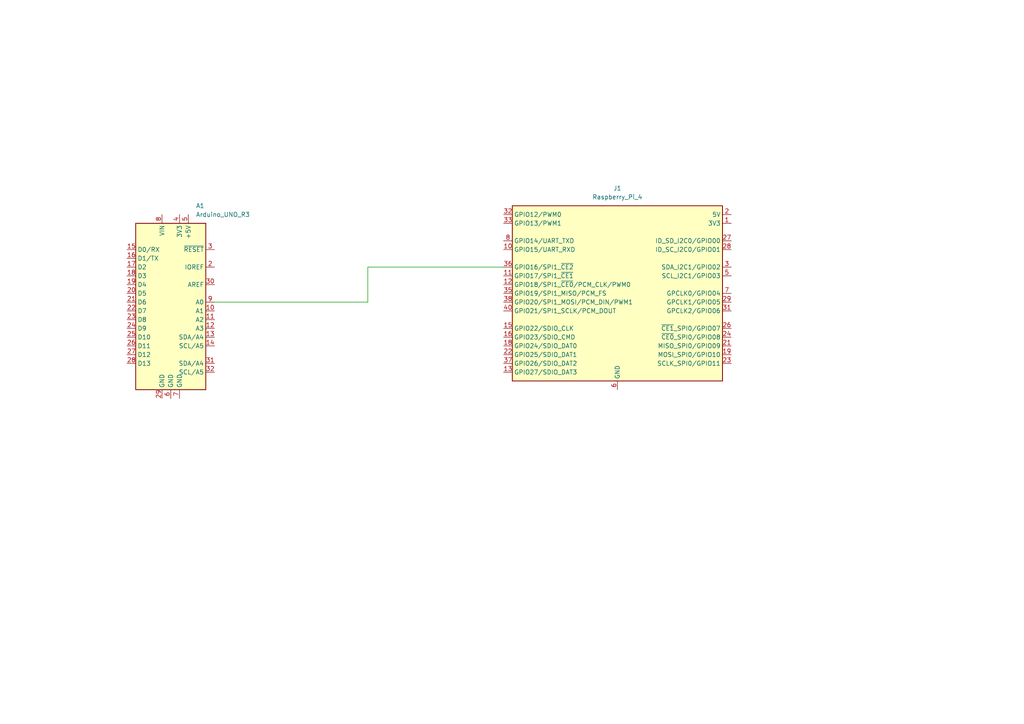
<source format=kicad_sch>
(kicad_sch (version 20231120) (generator "eeschema") (generator_version "8.0")
  (paper "A4")
  (lib_symbols
    (symbol "Connector:Raspberry_Pi_4"
      (property "Reference" "J" (at -17.526 48.768 0))
      (property "Value" "Raspberry_Pi_4" (at 15.748 -26.416 0))
      (symbol "Raspberry_Pi_4_0_1"
        (rectangle (start -30.48 25.4) (end 30.48 -25.4) (stroke (width 0.254)) (fill (type background)))
      )
      (symbol "Raspberry_Pi_4_1_1"
        (pin power_out line (at 33.02 20.32 180) (length 2.54) (name "3V3") (number "1"))
        (pin bidirectional line (at -33.02 12.7 0) (length 2.54) (name "GPIO15/UART_RXD") (number "10"))
        (pin bidirectional line (at -33.02 5.08 0) (length 2.54) (name "GPIO17/SPI1_~{CE1}") (number "11"))
        (pin bidirectional line (at -33.02 2.54 0) (length 2.54) (name "GPIO18/SPI1_~{CE0}/PCM_CLK/PWM0") (number "12"))
        (pin bidirectional line (at -33.02 -22.86 0) (length 2.54) (name "GPIO27/SDIO_DAT3") (number "13"))
        (pin passive line (at 0 -27.94 90) (length 2.54) hide (name "GND") (number "14"))
        (pin bidirectional line (at -33.02 -10.16 0) (length 2.54) (name "GPIO22/SDIO_CLK") (number "15"))
        (pin bidirectional line (at -33.02 -12.7 0) (length 2.54) (name "GPIO23/SDIO_CMD") (number "16"))
        (pin passive line (at 33.02 20.32 180) (length 2.54) hide (name "3V3") (number "17"))
        (pin bidirectional line (at -33.02 -15.24 0) (length 2.54) (name "GPIO24/SDIO_DAT0") (number "18"))
        (pin bidirectional line (at 33.02 -17.78 180) (length 2.54) (name "MOSI_SPI0/GPIO10") (number "19"))
        (pin power_out line (at 33.02 22.86 180) (length 2.54) (name "5V") (number "2"))
        (pin passive line (at 0 -27.94 90) (length 2.54) hide (name "GND") (number "20"))
        (pin bidirectional line (at 33.02 -15.24 180) (length 2.54) (name "MISO_SPI0/GPIO09") (number "21"))
        (pin bidirectional line (at -33.02 -17.78 0) (length 2.54) (name "GPIO25/SDIO_DAT1") (number "22"))
        (pin bidirectional line (at 33.02 -20.32 180) (length 2.54) (name "SCLK_SPI0/GPIO11") (number "23"))
        (pin bidirectional line (at 33.02 -12.7 180) (length 2.54) (name "~{CE0}_SPI0/GPIO08") (number "24"))
        (pin passive line (at 0 -27.94 90) (length 2.54) hide (name "GND") (number "25"))
        (pin bidirectional line (at 33.02 -10.16 180) (length 2.54) (name "~{CE1}_SPI0/GPIO07") (number "26"))
        (pin bidirectional line (at 33.02 15.24 180) (length 2.54) (name "ID_SD_I2C0/GPIO00") (number "27"))
        (pin bidirectional line (at 33.02 12.7 180) (length 2.54) (name "ID_SC_I2C0/GPIO01") (number "28"))
        (pin bidirectional line (at 33.02 -2.54 180) (length 2.54) (name "GPCLK1/GPIO05") (number "29"))
        (pin bidirectional line (at 33.02 7.62 180) (length 2.54) (name "SDA_I2C1/GPIO02") (number "3"))
        (pin passive line (at 0 -27.94 90) (length 2.54) hide (name "GND") (number "30"))
        (pin bidirectional line (at 33.02 -5.08 180) (length 2.54) (name "GPCLK2/GPIO06") (number "31"))
        (pin bidirectional line (at -33.02 22.86 0) (length 2.54) (name "GPIO12/PWM0") (number "32"))
        (pin bidirectional line (at -33.02 20.32 0) (length 2.54) (name "GPIO13/PWM1") (number "33"))
        (pin passive line (at 0 -27.94 90) (length 2.54) hide (name "GND") (number "34"))
        (pin bidirectional line (at -33.02 0 0) (length 2.54) (name "GPIO19/SPI1_MISO/PCM_FS") (number "35"))
        (pin bidirectional line (at -33.02 7.62 0) (length 2.54) (name "GPIO16/SPI1_~{CE2}") (number "36"))
        (pin bidirectional line (at -33.02 -20.32 0) (length 2.54) (name "GPIO26/SDIO_DAT2") (number "37"))
        (pin bidirectional line (at -33.02 -2.54 0) (length 2.54) (name "GPIO20/SPI1_MOSI/PCM_DIN/PWM1") (number "38"))
        (pin passive line (at 0 -27.94 90) (length 2.54) hide (name "GND") (number "39"))
        (pin passive line (at 33.02 22.86 180) (length 2.54) hide (name "5V") (number "4"))
        (pin bidirectional line (at -33.02 -5.08 0) (length 2.54) (name "GPIO21/SPI1_SCLK/PCM_DOUT") (number "40"))
        (pin bidirectional line (at 33.02 5.08 180) (length 2.54) (name "SCL_I2C1/GPIO03") (number "5"))
        (pin power_out line (at 0 -27.94 90) (length 2.54) (name "GND") (number "6"))
        (pin bidirectional line (at 33.02 0 180) (length 2.54) (name "GPCLK0/GPIO04") (number "7"))
        (pin bidirectional line (at -33.02 15.24 0) (length 2.54) (name "GPIO14/UART_TXD") (number "8"))
        (pin passive line (at 0 -27.94 90) (length 2.54) hide (name "GND") (number "9"))
      )
    )
    (symbol "MCU_Module:Arduino_UNO_R3"
      (property "Reference" "A" (at -10.16 23.495 0))
      (property "Value" "Arduino_UNO_R3" (at 5.08 -26.67 0))
      (symbol "Arduino_UNO_R3_0_1"
        (rectangle (start -10.16 22.86) (end 10.16 -25.4) (stroke (width 0.254)) (fill (type background)))
      )
      (symbol "Arduino_UNO_R3_1_1"
        (pin no_connect line (at -10.16 -20.32 0) (length 2.54) hide (name "NC") (number "1"))
        (pin bidirectional line (at 12.7 -2.54 180) (length 2.54) (name "A1") (number "10"))
        (pin bidirectional line (at 12.7 -5.08 180) (length 2.54) (name "A2") (number "11"))
        (pin bidirectional line (at 12.7 -7.62 180) (length 2.54) (name "A3") (number "12"))
        (pin bidirectional line (at 12.7 -10.16 180) (length 2.54) (name "SDA/A4") (number "13"))
        (pin bidirectional line (at 12.7 -12.7 180) (length 2.54) (name "SCL/A5") (number "14"))
        (pin bidirectional line (at -12.7 15.24 0) (length 2.54) (name "D0/RX") (number "15"))
        (pin bidirectional line (at -12.7 12.7 0) (length 2.54) (name "D1/TX") (number "16"))
        (pin bidirectional line (at -12.7 10.16 0) (length 2.54) (name "D2") (number "17"))
        (pin bidirectional line (at -12.7 7.62 0) (length 2.54) (name "D3") (number "18"))
        (pin bidirectional line (at -12.7 5.08 0) (length 2.54) (name "D4") (number "19"))
        (pin output line (at 12.7 10.16 180) (length 2.54) (name "IOREF") (number "2"))
        (pin bidirectional line (at -12.7 2.54 0) (length 2.54) (name "D5") (number "20"))
        (pin bidirectional line (at -12.7 0 0) (length 2.54) (name "D6") (number "21"))
        (pin bidirectional line (at -12.7 -2.54 0) (length 2.54) (name "D7") (number "22"))
        (pin bidirectional line (at -12.7 -5.08 0) (length 2.54) (name "D8") (number "23"))
        (pin bidirectional line (at -12.7 -7.62 0) (length 2.54) (name "D9") (number "24"))
        (pin bidirectional line (at -12.7 -10.16 0) (length 2.54) (name "D10") (number "25"))
        (pin bidirectional line (at -12.7 -12.7 0) (length 2.54) (name "D11") (number "26"))
        (pin bidirectional line (at -12.7 -15.24 0) (length 2.54) (name "D12") (number "27"))
        (pin bidirectional line (at -12.7 -17.78 0) (length 2.54) (name "D13") (number "28"))
        (pin power_in line (at -2.54 -27.94 90) (length 2.54) (name "GND") (number "29"))
        (pin input line (at 12.7 15.24 180) (length 2.54) (name "~{RESET}") (number "3"))
        (pin input line (at 12.7 5.08 180) (length 2.54) (name "AREF") (number "30"))
        (pin bidirectional line (at 12.7 -17.78 180) (length 2.54) (name "SDA/A4") (number "31"))
        (pin bidirectional line (at 12.7 -20.32 180) (length 2.54) (name "SCL/A5") (number "32"))
        (pin power_out line (at 2.54 25.4 270) (length 2.54) (name "3V3") (number "4"))
        (pin power_out line (at 5.08 25.4 270) (length 2.54) (name "+5V") (number "5"))
        (pin power_in line (at 0 -27.94 90) (length 2.54) (name "GND") (number "6"))
        (pin power_in line (at 2.54 -27.94 90) (length 2.54) (name "GND") (number "7"))
        (pin power_in line (at -2.54 25.4 270) (length 2.54) (name "VIN") (number "8"))
        (pin bidirectional line (at 12.7 0 180) (length 2.54) (name "A0") (number "9"))
      )
    )
  )
  (wire (pts (xy 106.68 87.63) (xy 62.23 87.63)))
  (wire (pts (xy 106.68 87.63) (xy 106.68 77.47)))
  (wire (pts (xy 146.05 77.47) (xy 106.68 77.47)))
  (symbol (lib_id "MCU_Module:Arduino_UNO_R3") (at 49.53 87.63 0) (unit 1)
    (property "Reference" "A1" (at 56.8041 59.69 0) (effects (justify left)))
    (property "Value" "Arduino_UNO_R3" (at 56.8041 62.23 0) (effects (justify left)))
    (property "Footprint" "Module:Arduino_UNO_R3" (effects (hide yes)))
    (property "Datasheet" "https://www.arduino.cc/en/Main/arduinoBoardUno" (effects (hide yes)))
    (property "Description" "Arduino UNO Microcontroller Module, release 3" (effects (hide yes)))
  )
  (symbol (lib_id "Connector:Raspberry_Pi_4") (at 179.07 85.09 0) (unit 1)
    (property "Reference" "J1" (at 179.07 54.61 0))
    (property "Value" "Raspberry_Pi_4" (at 179.07 57.15 0))
    (property "Datasheet" "https://datasheets.raspberrypi.com/rpi4/raspberry-pi-4-datasheet.pdf" (effects (hide yes)))
    (property "Description" "Raspberry Pi 4 Model B" (effects (hide yes)))
  )
)
</source>
